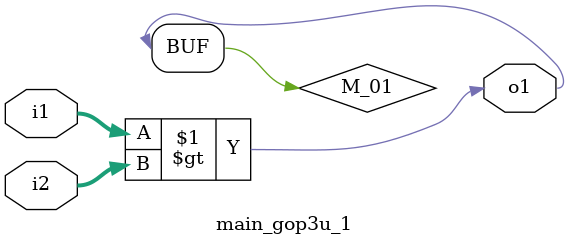
<source format=v>

module main ( main_ret ,CLOCK ,RESET );
output	[31:0]	main_ret ;	// line#=../../bubble_sort.c:21
input		CLOCK ;
input		RESET ;
wire		ST1_01d ;
wire		ST1_02d ;
wire		ST1_03d ;
wire		ST1_04d ;
wire		ST1_05d ;
wire		ST1_06d ;
wire		ST1_07d ;
wire		ST1_08d ;
wire		ST1_09d ;
wire		JF_01 ;

main_fsm INST_fsm ( .CLOCK(CLOCK) ,.RESET(RESET) ,.ST1_09d(ST1_09d) ,.ST1_08d(ST1_08d) ,
	.ST1_07d(ST1_07d) ,.ST1_06d(ST1_06d) ,.ST1_05d(ST1_05d) ,.ST1_04d(ST1_04d) ,
	.ST1_03d(ST1_03d) ,.ST1_02d(ST1_02d) ,.ST1_01d(ST1_01d) ,.JF_01(JF_01) );
main_dat INST_dat ( .main_ret(main_ret) ,.CLOCK(CLOCK) ,.RESET(RESET) ,.ST1_09d(ST1_09d) ,
	.ST1_08d(ST1_08d) ,.ST1_07d(ST1_07d) ,.ST1_06d(ST1_06d) ,.ST1_05d(ST1_05d) ,
	.ST1_04d(ST1_04d) ,.ST1_03d(ST1_03d) ,.ST1_02d(ST1_02d) ,.ST1_01d(ST1_01d) ,
	.JF_01(JF_01) );

endmodule

module main_fsm ( CLOCK ,RESET ,ST1_09d ,ST1_08d ,ST1_07d ,ST1_06d ,ST1_05d ,ST1_04d ,
	ST1_03d ,ST1_02d ,ST1_01d ,JF_01 );
input		CLOCK ;
input		RESET ;
output		ST1_09d ;
output		ST1_08d ;
output		ST1_07d ;
output		ST1_06d ;
output		ST1_05d ;
output		ST1_04d ;
output		ST1_03d ;
output		ST1_02d ;
output		ST1_01d ;
input		JF_01 ;
reg	[3:0]	B01_streg ;

parameter	ST1_01 = 4'h0 ;
parameter	ST1_02 = 4'h1 ;
parameter	ST1_03 = 4'h2 ;
parameter	ST1_04 = 4'h3 ;
parameter	ST1_05 = 4'h4 ;
parameter	ST1_06 = 4'h5 ;
parameter	ST1_07 = 4'h6 ;
parameter	ST1_08 = 4'h7 ;
parameter	ST1_09 = 4'h8 ;

assign	ST1_01d = ( ( B01_streg == ST1_01 ) ? 1'h1 : 1'h0 ) ;
assign	ST1_02d = ( ( B01_streg == ST1_02 ) ? 1'h1 : 1'h0 ) ;
assign	ST1_03d = ( ( B01_streg == ST1_03 ) ? 1'h1 : 1'h0 ) ;
assign	ST1_04d = ( ( B01_streg == ST1_04 ) ? 1'h1 : 1'h0 ) ;
assign	ST1_05d = ( ( B01_streg == ST1_05 ) ? 1'h1 : 1'h0 ) ;
assign	ST1_06d = ( ( B01_streg == ST1_06 ) ? 1'h1 : 1'h0 ) ;
assign	ST1_07d = ( ( B01_streg == ST1_07 ) ? 1'h1 : 1'h0 ) ;
assign	ST1_08d = ( ( B01_streg == ST1_08 ) ? 1'h1 : 1'h0 ) ;
assign	ST1_09d = ( ( B01_streg == ST1_09 ) ? 1'h1 : 1'h0 ) ;
always @ ( posedge CLOCK or posedge RESET )
	if ( RESET )
		B01_streg <= ST1_01 ;
	else
		case ( B01_streg )
		ST1_01 :
			B01_streg <= ST1_02 ;
		ST1_02 :
			B01_streg <= ST1_03 ;
		ST1_03 :
			B01_streg <= ST1_04 ;
		ST1_04 :
			B01_streg <= ST1_05 ;
		ST1_05 :
			B01_streg <= ST1_06 ;
		ST1_06 :
			B01_streg <= ST1_07 ;
		ST1_07 :
			B01_streg <= ST1_08 ;
		ST1_08 :
			B01_streg <= ST1_09 ;
		ST1_09 :
			if ( ( JF_01 != 1'h0 ) )
				B01_streg <= ST1_01 ;
			else
				B01_streg <= ST1_09 ;
		default :
			B01_streg <= ST1_01 ;
		endcase

endmodule

module main_dat ( main_ret ,CLOCK ,RESET ,ST1_09d ,ST1_08d ,ST1_07d ,ST1_06d ,ST1_05d ,
	ST1_04d ,ST1_03d ,ST1_02d ,ST1_01d ,JF_01 );
output	[31:0]	main_ret ;	// line#=../../bubble_sort.c:21
input		CLOCK ;
input		RESET ;
input		ST1_09d ;
input		ST1_08d ;
input		ST1_07d ;
input		ST1_06d ;
input		ST1_05d ;
input		ST1_04d ;
input		ST1_03d ;
input		ST1_02d ;
input		ST1_01d ;
output		JF_01 ;
wire		U_02 ;
wire	[2:0]	decr3u1i1 ;
wire	[2:0]	decr3u1ot ;
wire	[2:0]	incr3u1i1 ;
wire	[3:0]	incr3u1ot ;
wire	[2:0]	gop3u_11i2 ;
wire	[2:0]	gop3u_11i1 ;
wire		gop3u_11ot ;
wire		JF_01 ;
wire		b_ary1_WE1 ;
wire		main_ret_r_en ;
wire		RG_cnti_en ;
reg	[2:0]	RG_cnti ;	// line#=../../bubble_sort.c:24
reg	[2:0]	RG_cntj ;	// line#=../../bubble_sort.c:24
reg	[31:0]	main_ret_r ;	// line#=../../bubble_sort.c:21
reg	[2:0]	RG_cnti_t ;
reg	[2:0]	RG_cntj_t ;
reg	RG_cntj_t_c1 ;
reg	RG_cntj_t_c2 ;
reg	[2:0]	b_ary1_WA1 ;

main_decr3u INST_decr3u_1 ( .i1(decr3u1i1) ,.o1(decr3u1ot) );	// line#=../../bubble_sort.c:63
main_incr3u INST_incr3u_1 ( .i1(incr3u1i1) ,.o1(incr3u1ot) );	// line#=../../bubble_sort.c:61
main_gop3u_1 INST_gop3u_1_1 ( .i1(gop3u_11i1) ,.i2(gop3u_11i2) ,.o1(gop3u_11ot) );	// line#=../../bubble_sort.c:63
assign	main_ret = main_ret_r ;	// line#=../../bubble_sort.c:21
MEM_b_ary b_ary1 ( .WA1(b_ary1_WA1) ,.WD1(1'h0) ,.WE1(b_ary1_WE1) ,.WCLK1(CLOCK) );	// line#=../../bubble_sort.c:23
assign	gop3u_11i1 = RG_cntj ;	// line#=../../bubble_sort.c:63
assign	gop3u_11i2 = RG_cnti ;	// line#=../../bubble_sort.c:63
assign	incr3u1i1 = RG_cnti ;	// line#=../../bubble_sort.c:61
assign	decr3u1i1 = RG_cntj ;	// line#=../../bubble_sort.c:63
assign	U_02 = ( ST1_09d & ( ~gop3u_11ot ) ) ;	// line#=../../bubble_sort.c:63
always @ ( U_02 or incr3u1ot or ST1_08d )
	case ( { ST1_08d , U_02 } )
	2'b10 :
		RG_cnti_t = 3'h0 ;	// line#=../../bubble_sort.c:61
	2'b01 :
		RG_cnti_t = incr3u1ot [2:0] ;	// line#=../../bubble_sort.c:61
	default :
		RG_cnti_t = 3'hx ;
	endcase
assign	RG_cnti_en = ( ST1_08d | U_02 ) ;
always @ ( posedge CLOCK )
	if ( RG_cnti_en )
		RG_cnti <= RG_cnti_t ;	// line#=../../bubble_sort.c:61
always @ ( gop3u_11ot or ST1_09d or decr3u1ot or U_02 or ST1_08d )	// line#=../../bubble_sort.c:63
	begin
	RG_cntj_t_c1 = ( ST1_08d | U_02 ) ;	// line#=../../bubble_sort.c:63
	RG_cntj_t_c2 = ( ST1_09d & gop3u_11ot ) ;	// line#=../../bubble_sort.c:63
	case ( { RG_cntj_t_c1 , RG_cntj_t_c2 } )
	2'b10 :
		RG_cntj_t = 3'h7 ;	// line#=../../bubble_sort.c:63
	2'b01 :
		RG_cntj_t = decr3u1ot ;	// line#=../../bubble_sort.c:63
	default :
		RG_cntj_t = 3'hx ;
	endcase
	end
always @ ( posedge CLOCK )	// line#=../../bubble_sort.c:63
	RG_cntj <= RG_cntj_t ;	// line#=../../bubble_sort.c:63
assign	JF_01 = ( ( ~gop3u_11ot ) & incr3u1ot [3] ) ;	// line#=../../bubble_sort.c:61
assign	main_ret_r_en = ( U_02 & incr3u1ot [3] ) ;
always @ ( posedge CLOCK or posedge RESET )	// line#=../../bubble_sort.c:61,83
	if ( RESET )
		main_ret_r <= 32'h00000000 ;
	else if ( main_ret_r_en )
		main_ret_r <= 32'h00000000 ;
always @ ( ST1_08d or ST1_07d or ST1_06d or ST1_05d or ST1_04d or ST1_03d or ST1_02d or 
	ST1_01d )
	case ( { ST1_01d , ST1_02d , ST1_03d , ST1_04d , ST1_05d , ST1_06d , ST1_07d , 
		ST1_08d } )
	8'b10000000 :
		b_ary1_WA1 = 3'h0 ;	// line#=../../bubble_sort.c:55
	8'b01000000 :
		b_ary1_WA1 = 3'h1 ;	// line#=../../bubble_sort.c:55
	8'b00100000 :
		b_ary1_WA1 = 3'h2 ;	// line#=../../bubble_sort.c:55
	8'b00010000 :
		b_ary1_WA1 = 3'h3 ;	// line#=../../bubble_sort.c:55
	8'b00001000 :
		b_ary1_WA1 = 3'h4 ;	// line#=../../bubble_sort.c:55
	8'b00000100 :
		b_ary1_WA1 = 3'h5 ;	// line#=../../bubble_sort.c:55
	8'b00000010 :
		b_ary1_WA1 = 3'h6 ;	// line#=../../bubble_sort.c:55
	8'b00000001 :
		b_ary1_WA1 = 3'h7 ;	// line#=../../bubble_sort.c:55
	default :
		b_ary1_WA1 = 3'hx ;
	endcase
assign	b_ary1_WE1 = ( ( ( ( ( ( ( ST1_01d | ST1_02d ) | ST1_03d ) | ST1_04d ) | 
	ST1_05d ) | ST1_06d ) | ST1_07d ) | ST1_08d ) ;

endmodule

module main_decr3u ( i1 ,o1 );
input	[2:0]	i1 ;
output	[2:0]	o1 ;

assign	o1 = ( i1 - 1'h1 ) ;

endmodule

module main_incr3u ( i1 ,o1 );
input	[2:0]	i1 ;
output	[3:0]	o1 ;

assign	o1 = ( { 1'h0 , i1 } + 1'h1 ) ;

endmodule

module main_gop3u_1 ( i1 ,i2 ,o1 );
input	[2:0]	i1 ;
input	[2:0]	i2 ;
output		o1 ;
wire		M_01 ;

assign	M_01 = ( i1 > i2 ) ;
assign	o1 = M_01 ;

endmodule

</source>
